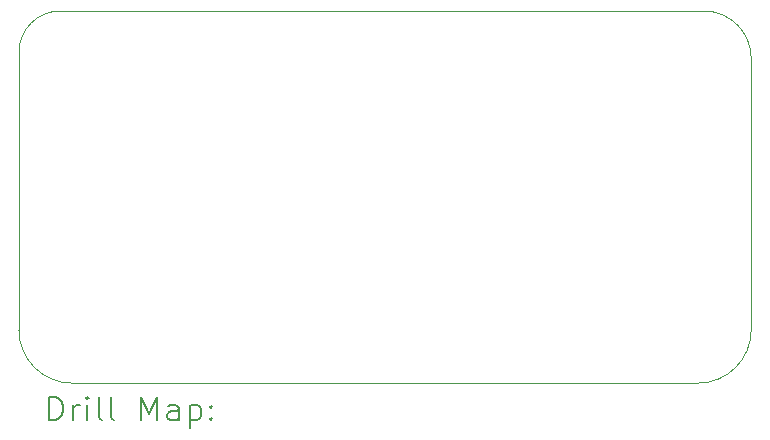
<source format=gbr>
%TF.GenerationSoftware,KiCad,Pcbnew,8.0.4*%
%TF.CreationDate,2024-08-02T21:30:05+02:00*%
%TF.ProjectId,HatV5,48617456-352e-46b6-9963-61645f706362,V2*%
%TF.SameCoordinates,Original*%
%TF.FileFunction,Drillmap*%
%TF.FilePolarity,Positive*%
%FSLAX45Y45*%
G04 Gerber Fmt 4.5, Leading zero omitted, Abs format (unit mm)*
G04 Created by KiCad (PCBNEW 8.0.4) date 2024-08-02 21:30:05*
%MOMM*%
%LPD*%
G01*
G04 APERTURE LIST*
%ADD10C,0.100000*%
%ADD11C,0.200000*%
G04 APERTURE END LIST*
D10*
X17048240Y-8911940D02*
X17048240Y-11211940D01*
X16598240Y-11661940D02*
X11298240Y-11661940D01*
X10848240Y-8861940D02*
G75*
G02*
X11198240Y-8511940I350000J0D01*
G01*
X16648240Y-8511940D02*
G75*
G02*
X17048240Y-8911940I0J-400000D01*
G01*
X16648240Y-8511940D02*
X11198240Y-8511940D01*
X11298240Y-11661940D02*
G75*
G02*
X10848240Y-11211940I0J450000D01*
G01*
X17048240Y-11211940D02*
G75*
G02*
X16598240Y-11661940I-450000J0D01*
G01*
X10848240Y-8861940D02*
X10848240Y-11211940D01*
D11*
X11104017Y-11978424D02*
X11104017Y-11778424D01*
X11104017Y-11778424D02*
X11151636Y-11778424D01*
X11151636Y-11778424D02*
X11180207Y-11787948D01*
X11180207Y-11787948D02*
X11199255Y-11806995D01*
X11199255Y-11806995D02*
X11208779Y-11826043D01*
X11208779Y-11826043D02*
X11218302Y-11864138D01*
X11218302Y-11864138D02*
X11218302Y-11892709D01*
X11218302Y-11892709D02*
X11208779Y-11930805D01*
X11208779Y-11930805D02*
X11199255Y-11949852D01*
X11199255Y-11949852D02*
X11180207Y-11968900D01*
X11180207Y-11968900D02*
X11151636Y-11978424D01*
X11151636Y-11978424D02*
X11104017Y-11978424D01*
X11304017Y-11978424D02*
X11304017Y-11845090D01*
X11304017Y-11883186D02*
X11313541Y-11864138D01*
X11313541Y-11864138D02*
X11323064Y-11854614D01*
X11323064Y-11854614D02*
X11342112Y-11845090D01*
X11342112Y-11845090D02*
X11361160Y-11845090D01*
X11427826Y-11978424D02*
X11427826Y-11845090D01*
X11427826Y-11778424D02*
X11418302Y-11787948D01*
X11418302Y-11787948D02*
X11427826Y-11797471D01*
X11427826Y-11797471D02*
X11437350Y-11787948D01*
X11437350Y-11787948D02*
X11427826Y-11778424D01*
X11427826Y-11778424D02*
X11427826Y-11797471D01*
X11551636Y-11978424D02*
X11532588Y-11968900D01*
X11532588Y-11968900D02*
X11523064Y-11949852D01*
X11523064Y-11949852D02*
X11523064Y-11778424D01*
X11656398Y-11978424D02*
X11637350Y-11968900D01*
X11637350Y-11968900D02*
X11627826Y-11949852D01*
X11627826Y-11949852D02*
X11627826Y-11778424D01*
X11884969Y-11978424D02*
X11884969Y-11778424D01*
X11884969Y-11778424D02*
X11951636Y-11921281D01*
X11951636Y-11921281D02*
X12018302Y-11778424D01*
X12018302Y-11778424D02*
X12018302Y-11978424D01*
X12199255Y-11978424D02*
X12199255Y-11873662D01*
X12199255Y-11873662D02*
X12189731Y-11854614D01*
X12189731Y-11854614D02*
X12170683Y-11845090D01*
X12170683Y-11845090D02*
X12132588Y-11845090D01*
X12132588Y-11845090D02*
X12113541Y-11854614D01*
X12199255Y-11968900D02*
X12180207Y-11978424D01*
X12180207Y-11978424D02*
X12132588Y-11978424D01*
X12132588Y-11978424D02*
X12113541Y-11968900D01*
X12113541Y-11968900D02*
X12104017Y-11949852D01*
X12104017Y-11949852D02*
X12104017Y-11930805D01*
X12104017Y-11930805D02*
X12113541Y-11911757D01*
X12113541Y-11911757D02*
X12132588Y-11902233D01*
X12132588Y-11902233D02*
X12180207Y-11902233D01*
X12180207Y-11902233D02*
X12199255Y-11892709D01*
X12294493Y-11845090D02*
X12294493Y-12045090D01*
X12294493Y-11854614D02*
X12313541Y-11845090D01*
X12313541Y-11845090D02*
X12351636Y-11845090D01*
X12351636Y-11845090D02*
X12370683Y-11854614D01*
X12370683Y-11854614D02*
X12380207Y-11864138D01*
X12380207Y-11864138D02*
X12389731Y-11883186D01*
X12389731Y-11883186D02*
X12389731Y-11940328D01*
X12389731Y-11940328D02*
X12380207Y-11959376D01*
X12380207Y-11959376D02*
X12370683Y-11968900D01*
X12370683Y-11968900D02*
X12351636Y-11978424D01*
X12351636Y-11978424D02*
X12313541Y-11978424D01*
X12313541Y-11978424D02*
X12294493Y-11968900D01*
X12475445Y-11959376D02*
X12484969Y-11968900D01*
X12484969Y-11968900D02*
X12475445Y-11978424D01*
X12475445Y-11978424D02*
X12465922Y-11968900D01*
X12465922Y-11968900D02*
X12475445Y-11959376D01*
X12475445Y-11959376D02*
X12475445Y-11978424D01*
X12475445Y-11854614D02*
X12484969Y-11864138D01*
X12484969Y-11864138D02*
X12475445Y-11873662D01*
X12475445Y-11873662D02*
X12465922Y-11864138D01*
X12465922Y-11864138D02*
X12475445Y-11854614D01*
X12475445Y-11854614D02*
X12475445Y-11873662D01*
M02*

</source>
